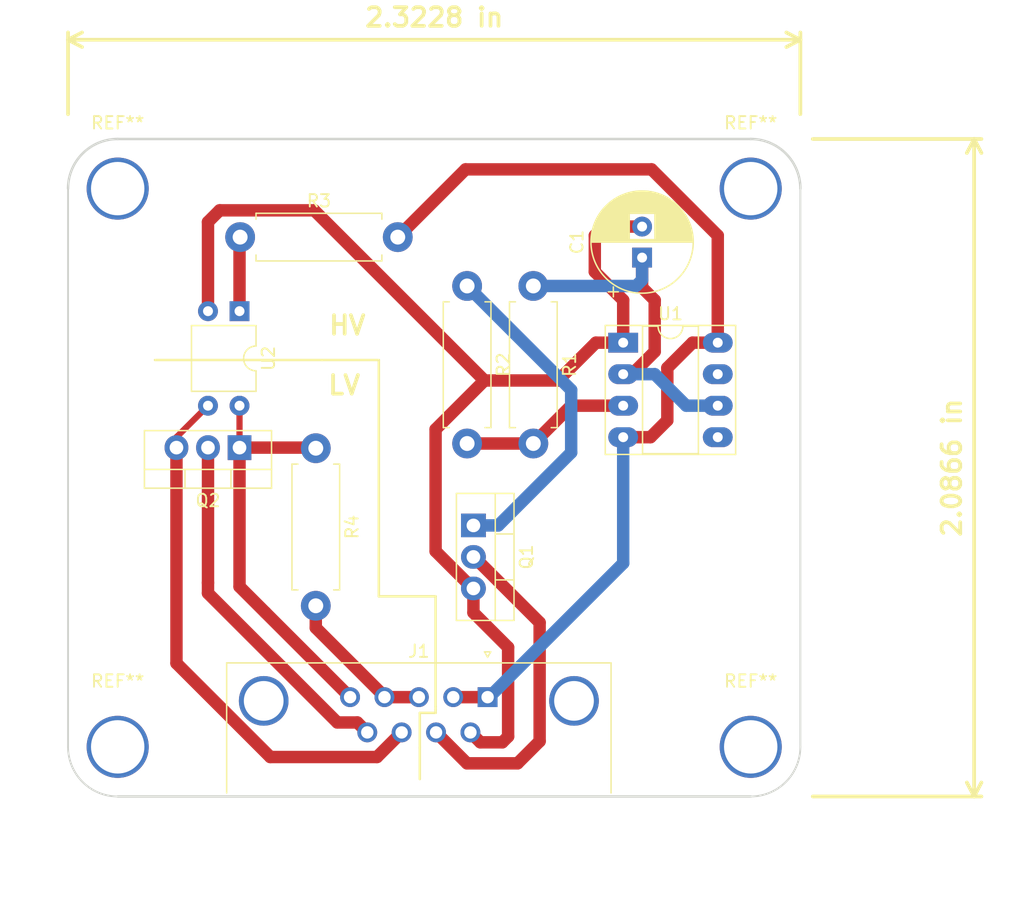
<source format=kicad_pcb>
(kicad_pcb (version 20171130) (host pcbnew "(5.0.2)-1")

  (general
    (thickness 1.6)
    (drawings 22)
    (tracks 87)
    (zones 0)
    (modules 14)
    (nets 15)
  )

  (page A4)
  (layers
    (0 F.Cu signal)
    (31 B.Cu signal)
    (32 B.Adhes user)
    (33 F.Adhes user)
    (34 B.Paste user)
    (35 F.Paste user)
    (36 B.SilkS user)
    (37 F.SilkS user)
    (38 B.Mask user)
    (39 F.Mask user)
    (40 Dwgs.User user)
    (41 Cmts.User user)
    (42 Eco1.User user)
    (43 Eco2.User user)
    (44 Edge.Cuts user)
    (45 Margin user)
    (46 B.CrtYd user)
    (47 F.CrtYd user)
    (48 B.Fab user)
    (49 F.Fab user)
  )

  (setup
    (last_trace_width 0.25)
    (user_trace_width 0.3)
    (user_trace_width 0.5)
    (user_trace_width 1)
    (trace_clearance 0.2)
    (zone_clearance 0.508)
    (zone_45_only no)
    (trace_min 0.2)
    (segment_width 0.2)
    (edge_width 0.15)
    (via_size 0.8)
    (via_drill 0.4)
    (via_min_size 0.4)
    (via_min_drill 0.3)
    (user_via 0.5 0.4)
    (user_via 5 4)
    (uvia_size 0.3)
    (uvia_drill 0.1)
    (uvias_allowed no)
    (uvia_min_size 0.2)
    (uvia_min_drill 0.1)
    (pcb_text_width 0.3)
    (pcb_text_size 1.5 1.5)
    (mod_edge_width 0.15)
    (mod_text_size 1 1)
    (mod_text_width 0.15)
    (pad_size 1.524 1.524)
    (pad_drill 0.762)
    (pad_to_mask_clearance 0.051)
    (solder_mask_min_width 0.25)
    (aux_axis_origin 0 0)
    (visible_elements 7FFFFFFF)
    (pcbplotparams
      (layerselection 0x010fc_ffffffff)
      (usegerberextensions false)
      (usegerberattributes false)
      (usegerberadvancedattributes false)
      (creategerberjobfile false)
      (excludeedgelayer true)
      (linewidth 0.100000)
      (plotframeref false)
      (viasonmask false)
      (mode 1)
      (useauxorigin false)
      (hpglpennumber 1)
      (hpglpenspeed 20)
      (hpglpendiameter 15.000000)
      (psnegative false)
      (psa4output false)
      (plotreference true)
      (plotvalue true)
      (plotinvisibletext false)
      (padsonsilk false)
      (subtractmaskfromsilk false)
      (outputformat 1)
      (mirror false)
      (drillshape 0)
      (scaleselection 1)
      (outputdirectory "grbr"))
  )

  (net 0 "")
  (net 1 "Net-(C1-Pad1)")
  (net 2 GNDPWR)
  (net 3 "Net-(Q1-Pad1)")
  (net 4 /RED_LED-)
  (net 5 GND)
  (net 6 /GREEN_LED-)
  (net 7 /GREEN_LED_ON)
  (net 8 "Net-(R1-Pad2)")
  (net 9 +12V)
  (net 10 +12L)
  (net 11 "Net-(U1-Pad5)")
  (net 12 "Net-(U1-Pad7)")
  (net 13 "Net-(J1-Pad0)")
  (net 14 "Net-(R3-Pad1)")

  (net_class Default "This is the default net class."
    (clearance 0.2)
    (trace_width 0.25)
    (via_dia 0.8)
    (via_drill 0.4)
    (uvia_dia 0.3)
    (uvia_drill 0.1)
    (add_net +12L)
    (add_net +12V)
    (add_net /GREEN_LED-)
    (add_net /GREEN_LED_ON)
    (add_net /RED_LED-)
    (add_net GND)
    (add_net GNDPWR)
    (add_net "Net-(C1-Pad1)")
    (add_net "Net-(J1-Pad0)")
    (add_net "Net-(Q1-Pad1)")
    (add_net "Net-(R1-Pad2)")
    (add_net "Net-(R3-Pad1)")
    (add_net "Net-(U1-Pad5)")
    (add_net "Net-(U1-Pad7)")
  )

  (module Resistor_THT:R_Axial_DIN0411_L9.9mm_D3.6mm_P12.70mm_Horizontal (layer F.Cu) (tedit 5AE5139B) (tstamp 5C797794)
    (at 54.864 41.91)
    (descr "Resistor, Axial_DIN0411 series, Axial, Horizontal, pin pitch=12.7mm, 1W, length*diameter=9.9*3.6mm^2")
    (tags "Resistor Axial_DIN0411 series Axial Horizontal pin pitch 12.7mm 1W length 9.9mm diameter 3.6mm")
    (path /5C6C21A4)
    (fp_text reference R3 (at 6.35 -2.92) (layer F.SilkS)
      (effects (font (size 1 1) (thickness 0.15)))
    )
    (fp_text value R_Small (at 6.35 2.92) (layer F.Fab)
      (effects (font (size 1 1) (thickness 0.15)))
    )
    (fp_line (start 1.4 -1.8) (end 1.4 1.8) (layer F.Fab) (width 0.1))
    (fp_line (start 1.4 1.8) (end 11.3 1.8) (layer F.Fab) (width 0.1))
    (fp_line (start 11.3 1.8) (end 11.3 -1.8) (layer F.Fab) (width 0.1))
    (fp_line (start 11.3 -1.8) (end 1.4 -1.8) (layer F.Fab) (width 0.1))
    (fp_line (start 0 0) (end 1.4 0) (layer F.Fab) (width 0.1))
    (fp_line (start 12.7 0) (end 11.3 0) (layer F.Fab) (width 0.1))
    (fp_line (start 1.28 -1.44) (end 1.28 -1.92) (layer F.SilkS) (width 0.12))
    (fp_line (start 1.28 -1.92) (end 11.42 -1.92) (layer F.SilkS) (width 0.12))
    (fp_line (start 11.42 -1.92) (end 11.42 -1.44) (layer F.SilkS) (width 0.12))
    (fp_line (start 1.28 1.44) (end 1.28 1.92) (layer F.SilkS) (width 0.12))
    (fp_line (start 1.28 1.92) (end 11.42 1.92) (layer F.SilkS) (width 0.12))
    (fp_line (start 11.42 1.92) (end 11.42 1.44) (layer F.SilkS) (width 0.12))
    (fp_line (start -1.45 -2.05) (end -1.45 2.05) (layer F.CrtYd) (width 0.05))
    (fp_line (start -1.45 2.05) (end 14.15 2.05) (layer F.CrtYd) (width 0.05))
    (fp_line (start 14.15 2.05) (end 14.15 -2.05) (layer F.CrtYd) (width 0.05))
    (fp_line (start 14.15 -2.05) (end -1.45 -2.05) (layer F.CrtYd) (width 0.05))
    (fp_text user %R (at 6.35 0) (layer F.Fab)
      (effects (font (size 1 1) (thickness 0.15)))
    )
    (pad 1 thru_hole circle (at 0 0) (size 2.4 2.4) (drill 1.2) (layers *.Cu *.Mask)
      (net 14 "Net-(R3-Pad1)"))
    (pad 2 thru_hole oval (at 12.7 0) (size 2.4 2.4) (drill 1.2) (layers *.Cu *.Mask)
      (net 9 +12V))
    (model ${KISYS3DMOD}/Resistor_THT.3dshapes/R_Axial_DIN0411_L9.9mm_D3.6mm_P12.70mm_Horizontal.wrl
      (at (xyz 0 0 0))
      (scale (xyz 1 1 1))
      (rotate (xyz 0 0 0))
    )
  )

  (module Connector_Dsub:DSUB-9_Female_Horizontal_P2.77x2.84mm_EdgePinOffset4.94mm_Housed_MountingHolesOffset7.48mm (layer F.Cu) (tedit 59FEDEE2) (tstamp 5C6C1E8A)
    (at 74.803 78.994)
    (descr "9-pin D-Sub connector, horizontal/angled (90 deg), THT-mount, female, pitch 2.77x2.84mm, pin-PCB-offset 4.9399999999999995mm, distance of mounting holes 25mm, distance of mounting holes to PCB edge 7.4799999999999995mm, see https://disti-assets.s3.amazonaws.com/tonar/files/datasheets/16730.pdf")
    (tags "9-pin D-Sub connector horizontal angled 90deg THT female pitch 2.77x2.84mm pin-PCB-offset 4.9399999999999995mm mounting-holes-distance 25mm mounting-hole-offset 25mm")
    (path /5C764D2E)
    (fp_text reference J1 (at -5.54 -3.7) (layer F.SilkS)
      (effects (font (size 1 1) (thickness 0.15)))
    )
    (fp_text value DB9_Female_MountingHoles (at -5.54 15.85) (layer F.Fab)
      (effects (font (size 1 1) (thickness 0.15)))
    )
    (fp_arc (start -18.04 0.3) (end -19.64 0.3) (angle 180) (layer F.Fab) (width 0.1))
    (fp_arc (start 6.96 0.3) (end 5.36 0.3) (angle 180) (layer F.Fab) (width 0.1))
    (fp_line (start -20.965 -2.7) (end -20.965 7.78) (layer F.Fab) (width 0.1))
    (fp_line (start -20.965 7.78) (end 9.885 7.78) (layer F.Fab) (width 0.1))
    (fp_line (start 9.885 7.78) (end 9.885 -2.7) (layer F.Fab) (width 0.1))
    (fp_line (start 9.885 -2.7) (end -20.965 -2.7) (layer F.Fab) (width 0.1))
    (fp_line (start -20.965 7.78) (end -20.965 8.18) (layer F.Fab) (width 0.1))
    (fp_line (start -20.965 8.18) (end 9.885 8.18) (layer F.Fab) (width 0.1))
    (fp_line (start 9.885 8.18) (end 9.885 7.78) (layer F.Fab) (width 0.1))
    (fp_line (start 9.885 7.78) (end -20.965 7.78) (layer F.Fab) (width 0.1))
    (fp_line (start -13.69 8.18) (end -13.69 14.35) (layer F.Fab) (width 0.1))
    (fp_line (start -13.69 14.35) (end 2.61 14.35) (layer F.Fab) (width 0.1))
    (fp_line (start 2.61 14.35) (end 2.61 8.18) (layer F.Fab) (width 0.1))
    (fp_line (start 2.61 8.18) (end -13.69 8.18) (layer F.Fab) (width 0.1))
    (fp_line (start -20.54 8.18) (end -20.54 13.18) (layer F.Fab) (width 0.1))
    (fp_line (start -20.54 13.18) (end -15.54 13.18) (layer F.Fab) (width 0.1))
    (fp_line (start -15.54 13.18) (end -15.54 8.18) (layer F.Fab) (width 0.1))
    (fp_line (start -15.54 8.18) (end -20.54 8.18) (layer F.Fab) (width 0.1))
    (fp_line (start 4.46 8.18) (end 4.46 13.18) (layer F.Fab) (width 0.1))
    (fp_line (start 4.46 13.18) (end 9.46 13.18) (layer F.Fab) (width 0.1))
    (fp_line (start 9.46 13.18) (end 9.46 8.18) (layer F.Fab) (width 0.1))
    (fp_line (start 9.46 8.18) (end 4.46 8.18) (layer F.Fab) (width 0.1))
    (fp_line (start -19.64 7.78) (end -19.64 0.3) (layer F.Fab) (width 0.1))
    (fp_line (start -16.44 7.78) (end -16.44 0.3) (layer F.Fab) (width 0.1))
    (fp_line (start 5.36 7.78) (end 5.36 0.3) (layer F.Fab) (width 0.1))
    (fp_line (start 8.56 7.78) (end 8.56 0.3) (layer F.Fab) (width 0.1))
    (fp_line (start -21.025 7.72) (end -21.025 -2.76) (layer F.SilkS) (width 0.12))
    (fp_line (start -21.025 -2.76) (end 9.945 -2.76) (layer F.SilkS) (width 0.12))
    (fp_line (start 9.945 -2.76) (end 9.945 7.72) (layer F.SilkS) (width 0.12))
    (fp_line (start -0.25 -3.654338) (end 0.25 -3.654338) (layer F.SilkS) (width 0.12))
    (fp_line (start 0.25 -3.654338) (end 0 -3.221325) (layer F.SilkS) (width 0.12))
    (fp_line (start 0 -3.221325) (end -0.25 -3.654338) (layer F.SilkS) (width 0.12))
    (fp_line (start -21.5 -3.25) (end -21.5 14.85) (layer F.CrtYd) (width 0.05))
    (fp_line (start -21.5 14.85) (end 10.4 14.85) (layer F.CrtYd) (width 0.05))
    (fp_line (start 10.4 14.85) (end 10.4 -3.25) (layer F.CrtYd) (width 0.05))
    (fp_line (start 10.4 -3.25) (end -21.5 -3.25) (layer F.CrtYd) (width 0.05))
    (fp_text user %R (at -5.54 11.265) (layer F.Fab)
      (effects (font (size 1 1) (thickness 0.15)))
    )
    (pad 1 thru_hole rect (at 0 0) (size 1.6 1.6) (drill 1) (layers *.Cu *.Mask)
      (net 9 +12V))
    (pad 2 thru_hole circle (at -2.77 0) (size 1.6 1.6) (drill 1) (layers *.Cu *.Mask)
      (net 9 +12V))
    (pad 3 thru_hole circle (at -5.54 0) (size 1.6 1.6) (drill 1) (layers *.Cu *.Mask)
      (net 10 +12L))
    (pad 4 thru_hole circle (at -8.31 0) (size 1.6 1.6) (drill 1) (layers *.Cu *.Mask)
      (net 10 +12L))
    (pad 5 thru_hole circle (at -11.08 0) (size 1.6 1.6) (drill 1) (layers *.Cu *.Mask)
      (net 7 /GREEN_LED_ON))
    (pad 6 thru_hole circle (at -1.385 2.84) (size 1.6 1.6) (drill 1) (layers *.Cu *.Mask)
      (net 2 GNDPWR))
    (pad 7 thru_hole circle (at -4.155 2.84) (size 1.6 1.6) (drill 1) (layers *.Cu *.Mask)
      (net 4 /RED_LED-))
    (pad 8 thru_hole circle (at -6.925 2.84) (size 1.6 1.6) (drill 1) (layers *.Cu *.Mask)
      (net 5 GND))
    (pad 9 thru_hole circle (at -9.695 2.84) (size 1.6 1.6) (drill 1) (layers *.Cu *.Mask)
      (net 6 /GREEN_LED-))
    (pad 0 thru_hole circle (at -18.04 0.3) (size 4 4) (drill 3.2) (layers *.Cu *.Mask)
      (net 13 "Net-(J1-Pad0)"))
    (pad 0 thru_hole circle (at 6.96 0.3) (size 4 4) (drill 3.2) (layers *.Cu *.Mask)
      (net 13 "Net-(J1-Pad0)"))
    (model ${KISYS3DMOD}/Connector_Dsub.3dshapes/DSUB-9_Female_Horizontal_P2.77x2.84mm_EdgePinOffset4.94mm_Housed_MountingHolesOffset7.48mm.wrl
      (at (xyz 0 0 0))
      (scale (xyz 1 1 1))
      (rotate (xyz 0 0 0))
    )
  )

  (module Capacitor_THT:CP_Radial_D8.0mm_P2.50mm (layer F.Cu) (tedit 5AE50EF0) (tstamp 5C79771B)
    (at 87.249 43.561 90)
    (descr "CP, Radial series, Radial, pin pitch=2.50mm, , diameter=8mm, Electrolytic Capacitor")
    (tags "CP Radial series Radial pin pitch 2.50mm  diameter 8mm Electrolytic Capacitor")
    (path /5C76DC2C)
    (fp_text reference C1 (at 1.25 -5.25 90) (layer F.SilkS)
      (effects (font (size 1 1) (thickness 0.15)))
    )
    (fp_text value C_Small (at 1.25 5.25 90) (layer F.Fab)
      (effects (font (size 1 1) (thickness 0.15)))
    )
    (fp_circle (center 1.25 0) (end 5.25 0) (layer F.Fab) (width 0.1))
    (fp_circle (center 1.25 0) (end 5.37 0) (layer F.SilkS) (width 0.12))
    (fp_circle (center 1.25 0) (end 5.5 0) (layer F.CrtYd) (width 0.05))
    (fp_line (start -2.176759 -1.7475) (end -1.376759 -1.7475) (layer F.Fab) (width 0.1))
    (fp_line (start -1.776759 -2.1475) (end -1.776759 -1.3475) (layer F.Fab) (width 0.1))
    (fp_line (start 1.25 -4.08) (end 1.25 4.08) (layer F.SilkS) (width 0.12))
    (fp_line (start 1.29 -4.08) (end 1.29 4.08) (layer F.SilkS) (width 0.12))
    (fp_line (start 1.33 -4.08) (end 1.33 4.08) (layer F.SilkS) (width 0.12))
    (fp_line (start 1.37 -4.079) (end 1.37 4.079) (layer F.SilkS) (width 0.12))
    (fp_line (start 1.41 -4.077) (end 1.41 4.077) (layer F.SilkS) (width 0.12))
    (fp_line (start 1.45 -4.076) (end 1.45 4.076) (layer F.SilkS) (width 0.12))
    (fp_line (start 1.49 -4.074) (end 1.49 -1.04) (layer F.SilkS) (width 0.12))
    (fp_line (start 1.49 1.04) (end 1.49 4.074) (layer F.SilkS) (width 0.12))
    (fp_line (start 1.53 -4.071) (end 1.53 -1.04) (layer F.SilkS) (width 0.12))
    (fp_line (start 1.53 1.04) (end 1.53 4.071) (layer F.SilkS) (width 0.12))
    (fp_line (start 1.57 -4.068) (end 1.57 -1.04) (layer F.SilkS) (width 0.12))
    (fp_line (start 1.57 1.04) (end 1.57 4.068) (layer F.SilkS) (width 0.12))
    (fp_line (start 1.61 -4.065) (end 1.61 -1.04) (layer F.SilkS) (width 0.12))
    (fp_line (start 1.61 1.04) (end 1.61 4.065) (layer F.SilkS) (width 0.12))
    (fp_line (start 1.65 -4.061) (end 1.65 -1.04) (layer F.SilkS) (width 0.12))
    (fp_line (start 1.65 1.04) (end 1.65 4.061) (layer F.SilkS) (width 0.12))
    (fp_line (start 1.69 -4.057) (end 1.69 -1.04) (layer F.SilkS) (width 0.12))
    (fp_line (start 1.69 1.04) (end 1.69 4.057) (layer F.SilkS) (width 0.12))
    (fp_line (start 1.73 -4.052) (end 1.73 -1.04) (layer F.SilkS) (width 0.12))
    (fp_line (start 1.73 1.04) (end 1.73 4.052) (layer F.SilkS) (width 0.12))
    (fp_line (start 1.77 -4.048) (end 1.77 -1.04) (layer F.SilkS) (width 0.12))
    (fp_line (start 1.77 1.04) (end 1.77 4.048) (layer F.SilkS) (width 0.12))
    (fp_line (start 1.81 -4.042) (end 1.81 -1.04) (layer F.SilkS) (width 0.12))
    (fp_line (start 1.81 1.04) (end 1.81 4.042) (layer F.SilkS) (width 0.12))
    (fp_line (start 1.85 -4.037) (end 1.85 -1.04) (layer F.SilkS) (width 0.12))
    (fp_line (start 1.85 1.04) (end 1.85 4.037) (layer F.SilkS) (width 0.12))
    (fp_line (start 1.89 -4.03) (end 1.89 -1.04) (layer F.SilkS) (width 0.12))
    (fp_line (start 1.89 1.04) (end 1.89 4.03) (layer F.SilkS) (width 0.12))
    (fp_line (start 1.93 -4.024) (end 1.93 -1.04) (layer F.SilkS) (width 0.12))
    (fp_line (start 1.93 1.04) (end 1.93 4.024) (layer F.SilkS) (width 0.12))
    (fp_line (start 1.971 -4.017) (end 1.971 -1.04) (layer F.SilkS) (width 0.12))
    (fp_line (start 1.971 1.04) (end 1.971 4.017) (layer F.SilkS) (width 0.12))
    (fp_line (start 2.011 -4.01) (end 2.011 -1.04) (layer F.SilkS) (width 0.12))
    (fp_line (start 2.011 1.04) (end 2.011 4.01) (layer F.SilkS) (width 0.12))
    (fp_line (start 2.051 -4.002) (end 2.051 -1.04) (layer F.SilkS) (width 0.12))
    (fp_line (start 2.051 1.04) (end 2.051 4.002) (layer F.SilkS) (width 0.12))
    (fp_line (start 2.091 -3.994) (end 2.091 -1.04) (layer F.SilkS) (width 0.12))
    (fp_line (start 2.091 1.04) (end 2.091 3.994) (layer F.SilkS) (width 0.12))
    (fp_line (start 2.131 -3.985) (end 2.131 -1.04) (layer F.SilkS) (width 0.12))
    (fp_line (start 2.131 1.04) (end 2.131 3.985) (layer F.SilkS) (width 0.12))
    (fp_line (start 2.171 -3.976) (end 2.171 -1.04) (layer F.SilkS) (width 0.12))
    (fp_line (start 2.171 1.04) (end 2.171 3.976) (layer F.SilkS) (width 0.12))
    (fp_line (start 2.211 -3.967) (end 2.211 -1.04) (layer F.SilkS) (width 0.12))
    (fp_line (start 2.211 1.04) (end 2.211 3.967) (layer F.SilkS) (width 0.12))
    (fp_line (start 2.251 -3.957) (end 2.251 -1.04) (layer F.SilkS) (width 0.12))
    (fp_line (start 2.251 1.04) (end 2.251 3.957) (layer F.SilkS) (width 0.12))
    (fp_line (start 2.291 -3.947) (end 2.291 -1.04) (layer F.SilkS) (width 0.12))
    (fp_line (start 2.291 1.04) (end 2.291 3.947) (layer F.SilkS) (width 0.12))
    (fp_line (start 2.331 -3.936) (end 2.331 -1.04) (layer F.SilkS) (width 0.12))
    (fp_line (start 2.331 1.04) (end 2.331 3.936) (layer F.SilkS) (width 0.12))
    (fp_line (start 2.371 -3.925) (end 2.371 -1.04) (layer F.SilkS) (width 0.12))
    (fp_line (start 2.371 1.04) (end 2.371 3.925) (layer F.SilkS) (width 0.12))
    (fp_line (start 2.411 -3.914) (end 2.411 -1.04) (layer F.SilkS) (width 0.12))
    (fp_line (start 2.411 1.04) (end 2.411 3.914) (layer F.SilkS) (width 0.12))
    (fp_line (start 2.451 -3.902) (end 2.451 -1.04) (layer F.SilkS) (width 0.12))
    (fp_line (start 2.451 1.04) (end 2.451 3.902) (layer F.SilkS) (width 0.12))
    (fp_line (start 2.491 -3.889) (end 2.491 -1.04) (layer F.SilkS) (width 0.12))
    (fp_line (start 2.491 1.04) (end 2.491 3.889) (layer F.SilkS) (width 0.12))
    (fp_line (start 2.531 -3.877) (end 2.531 -1.04) (layer F.SilkS) (width 0.12))
    (fp_line (start 2.531 1.04) (end 2.531 3.877) (layer F.SilkS) (width 0.12))
    (fp_line (start 2.571 -3.863) (end 2.571 -1.04) (layer F.SilkS) (width 0.12))
    (fp_line (start 2.571 1.04) (end 2.571 3.863) (layer F.SilkS) (width 0.12))
    (fp_line (start 2.611 -3.85) (end 2.611 -1.04) (layer F.SilkS) (width 0.12))
    (fp_line (start 2.611 1.04) (end 2.611 3.85) (layer F.SilkS) (width 0.12))
    (fp_line (start 2.651 -3.835) (end 2.651 -1.04) (layer F.SilkS) (width 0.12))
    (fp_line (start 2.651 1.04) (end 2.651 3.835) (layer F.SilkS) (width 0.12))
    (fp_line (start 2.691 -3.821) (end 2.691 -1.04) (layer F.SilkS) (width 0.12))
    (fp_line (start 2.691 1.04) (end 2.691 3.821) (layer F.SilkS) (width 0.12))
    (fp_line (start 2.731 -3.805) (end 2.731 -1.04) (layer F.SilkS) (width 0.12))
    (fp_line (start 2.731 1.04) (end 2.731 3.805) (layer F.SilkS) (width 0.12))
    (fp_line (start 2.771 -3.79) (end 2.771 -1.04) (layer F.SilkS) (width 0.12))
    (fp_line (start 2.771 1.04) (end 2.771 3.79) (layer F.SilkS) (width 0.12))
    (fp_line (start 2.811 -3.774) (end 2.811 -1.04) (layer F.SilkS) (width 0.12))
    (fp_line (start 2.811 1.04) (end 2.811 3.774) (layer F.SilkS) (width 0.12))
    (fp_line (start 2.851 -3.757) (end 2.851 -1.04) (layer F.SilkS) (width 0.12))
    (fp_line (start 2.851 1.04) (end 2.851 3.757) (layer F.SilkS) (width 0.12))
    (fp_line (start 2.891 -3.74) (end 2.891 -1.04) (layer F.SilkS) (width 0.12))
    (fp_line (start 2.891 1.04) (end 2.891 3.74) (layer F.SilkS) (width 0.12))
    (fp_line (start 2.931 -3.722) (end 2.931 -1.04) (layer F.SilkS) (width 0.12))
    (fp_line (start 2.931 1.04) (end 2.931 3.722) (layer F.SilkS) (width 0.12))
    (fp_line (start 2.971 -3.704) (end 2.971 -1.04) (layer F.SilkS) (width 0.12))
    (fp_line (start 2.971 1.04) (end 2.971 3.704) (layer F.SilkS) (width 0.12))
    (fp_line (start 3.011 -3.686) (end 3.011 -1.04) (layer F.SilkS) (width 0.12))
    (fp_line (start 3.011 1.04) (end 3.011 3.686) (layer F.SilkS) (width 0.12))
    (fp_line (start 3.051 -3.666) (end 3.051 -1.04) (layer F.SilkS) (width 0.12))
    (fp_line (start 3.051 1.04) (end 3.051 3.666) (layer F.SilkS) (width 0.12))
    (fp_line (start 3.091 -3.647) (end 3.091 -1.04) (layer F.SilkS) (width 0.12))
    (fp_line (start 3.091 1.04) (end 3.091 3.647) (layer F.SilkS) (width 0.12))
    (fp_line (start 3.131 -3.627) (end 3.131 -1.04) (layer F.SilkS) (width 0.12))
    (fp_line (start 3.131 1.04) (end 3.131 3.627) (layer F.SilkS) (width 0.12))
    (fp_line (start 3.171 -3.606) (end 3.171 -1.04) (layer F.SilkS) (width 0.12))
    (fp_line (start 3.171 1.04) (end 3.171 3.606) (layer F.SilkS) (width 0.12))
    (fp_line (start 3.211 -3.584) (end 3.211 -1.04) (layer F.SilkS) (width 0.12))
    (fp_line (start 3.211 1.04) (end 3.211 3.584) (layer F.SilkS) (width 0.12))
    (fp_line (start 3.251 -3.562) (end 3.251 -1.04) (layer F.SilkS) (width 0.12))
    (fp_line (start 3.251 1.04) (end 3.251 3.562) (layer F.SilkS) (width 0.12))
    (fp_line (start 3.291 -3.54) (end 3.291 -1.04) (layer F.SilkS) (width 0.12))
    (fp_line (start 3.291 1.04) (end 3.291 3.54) (layer F.SilkS) (width 0.12))
    (fp_line (start 3.331 -3.517) (end 3.331 -1.04) (layer F.SilkS) (width 0.12))
    (fp_line (start 3.331 1.04) (end 3.331 3.517) (layer F.SilkS) (width 0.12))
    (fp_line (start 3.371 -3.493) (end 3.371 -1.04) (layer F.SilkS) (width 0.12))
    (fp_line (start 3.371 1.04) (end 3.371 3.493) (layer F.SilkS) (width 0.12))
    (fp_line (start 3.411 -3.469) (end 3.411 -1.04) (layer F.SilkS) (width 0.12))
    (fp_line (start 3.411 1.04) (end 3.411 3.469) (layer F.SilkS) (width 0.12))
    (fp_line (start 3.451 -3.444) (end 3.451 -1.04) (layer F.SilkS) (width 0.12))
    (fp_line (start 3.451 1.04) (end 3.451 3.444) (layer F.SilkS) (width 0.12))
    (fp_line (start 3.491 -3.418) (end 3.491 -1.04) (layer F.SilkS) (width 0.12))
    (fp_line (start 3.491 1.04) (end 3.491 3.418) (layer F.SilkS) (width 0.12))
    (fp_line (start 3.531 -3.392) (end 3.531 -1.04) (layer F.SilkS) (width 0.12))
    (fp_line (start 3.531 1.04) (end 3.531 3.392) (layer F.SilkS) (width 0.12))
    (fp_line (start 3.571 -3.365) (end 3.571 3.365) (layer F.SilkS) (width 0.12))
    (fp_line (start 3.611 -3.338) (end 3.611 3.338) (layer F.SilkS) (width 0.12))
    (fp_line (start 3.651 -3.309) (end 3.651 3.309) (layer F.SilkS) (width 0.12))
    (fp_line (start 3.691 -3.28) (end 3.691 3.28) (layer F.SilkS) (width 0.12))
    (fp_line (start 3.731 -3.25) (end 3.731 3.25) (layer F.SilkS) (width 0.12))
    (fp_line (start 3.771 -3.22) (end 3.771 3.22) (layer F.SilkS) (width 0.12))
    (fp_line (start 3.811 -3.189) (end 3.811 3.189) (layer F.SilkS) (width 0.12))
    (fp_line (start 3.851 -3.156) (end 3.851 3.156) (layer F.SilkS) (width 0.12))
    (fp_line (start 3.891 -3.124) (end 3.891 3.124) (layer F.SilkS) (width 0.12))
    (fp_line (start 3.931 -3.09) (end 3.931 3.09) (layer F.SilkS) (width 0.12))
    (fp_line (start 3.971 -3.055) (end 3.971 3.055) (layer F.SilkS) (width 0.12))
    (fp_line (start 4.011 -3.019) (end 4.011 3.019) (layer F.SilkS) (width 0.12))
    (fp_line (start 4.051 -2.983) (end 4.051 2.983) (layer F.SilkS) (width 0.12))
    (fp_line (start 4.091 -2.945) (end 4.091 2.945) (layer F.SilkS) (width 0.12))
    (fp_line (start 4.131 -2.907) (end 4.131 2.907) (layer F.SilkS) (width 0.12))
    (fp_line (start 4.171 -2.867) (end 4.171 2.867) (layer F.SilkS) (width 0.12))
    (fp_line (start 4.211 -2.826) (end 4.211 2.826) (layer F.SilkS) (width 0.12))
    (fp_line (start 4.251 -2.784) (end 4.251 2.784) (layer F.SilkS) (width 0.12))
    (fp_line (start 4.291 -2.741) (end 4.291 2.741) (layer F.SilkS) (width 0.12))
    (fp_line (start 4.331 -2.697) (end 4.331 2.697) (layer F.SilkS) (width 0.12))
    (fp_line (start 4.371 -2.651) (end 4.371 2.651) (layer F.SilkS) (width 0.12))
    (fp_line (start 4.411 -2.604) (end 4.411 2.604) (layer F.SilkS) (width 0.12))
    (fp_line (start 4.451 -2.556) (end 4.451 2.556) (layer F.SilkS) (width 0.12))
    (fp_line (start 4.491 -2.505) (end 4.491 2.505) (layer F.SilkS) (width 0.12))
    (fp_line (start 4.531 -2.454) (end 4.531 2.454) (layer F.SilkS) (width 0.12))
    (fp_line (start 4.571 -2.4) (end 4.571 2.4) (layer F.SilkS) (width 0.12))
    (fp_line (start 4.611 -2.345) (end 4.611 2.345) (layer F.SilkS) (width 0.12))
    (fp_line (start 4.651 -2.287) (end 4.651 2.287) (layer F.SilkS) (width 0.12))
    (fp_line (start 4.691 -2.228) (end 4.691 2.228) (layer F.SilkS) (width 0.12))
    (fp_line (start 4.731 -2.166) (end 4.731 2.166) (layer F.SilkS) (width 0.12))
    (fp_line (start 4.771 -2.102) (end 4.771 2.102) (layer F.SilkS) (width 0.12))
    (fp_line (start 4.811 -2.034) (end 4.811 2.034) (layer F.SilkS) (width 0.12))
    (fp_line (start 4.851 -1.964) (end 4.851 1.964) (layer F.SilkS) (width 0.12))
    (fp_line (start 4.891 -1.89) (end 4.891 1.89) (layer F.SilkS) (width 0.12))
    (fp_line (start 4.931 -1.813) (end 4.931 1.813) (layer F.SilkS) (width 0.12))
    (fp_line (start 4.971 -1.731) (end 4.971 1.731) (layer F.SilkS) (width 0.12))
    (fp_line (start 5.011 -1.645) (end 5.011 1.645) (layer F.SilkS) (width 0.12))
    (fp_line (start 5.051 -1.552) (end 5.051 1.552) (layer F.SilkS) (width 0.12))
    (fp_line (start 5.091 -1.453) (end 5.091 1.453) (layer F.SilkS) (width 0.12))
    (fp_line (start 5.131 -1.346) (end 5.131 1.346) (layer F.SilkS) (width 0.12))
    (fp_line (start 5.171 -1.229) (end 5.171 1.229) (layer F.SilkS) (width 0.12))
    (fp_line (start 5.211 -1.098) (end 5.211 1.098) (layer F.SilkS) (width 0.12))
    (fp_line (start 5.251 -0.948) (end 5.251 0.948) (layer F.SilkS) (width 0.12))
    (fp_line (start 5.291 -0.768) (end 5.291 0.768) (layer F.SilkS) (width 0.12))
    (fp_line (start 5.331 -0.533) (end 5.331 0.533) (layer F.SilkS) (width 0.12))
    (fp_line (start -3.159698 -2.315) (end -2.359698 -2.315) (layer F.SilkS) (width 0.12))
    (fp_line (start -2.759698 -2.715) (end -2.759698 -1.915) (layer F.SilkS) (width 0.12))
    (fp_text user %R (at 1.25 0 90) (layer F.Fab)
      (effects (font (size 1 1) (thickness 0.15)))
    )
    (pad 1 thru_hole rect (at 0 0 90) (size 1.6 1.6) (drill 0.8) (layers *.Cu *.Mask)
      (net 1 "Net-(C1-Pad1)"))
    (pad 2 thru_hole circle (at 2.5 0 90) (size 1.6 1.6) (drill 0.8) (layers *.Cu *.Mask)
      (net 2 GNDPWR))
    (model ${KISYS3DMOD}/Capacitor_THT.3dshapes/CP_Radial_D8.0mm_P2.50mm.wrl
      (at (xyz 0 0 0))
      (scale (xyz 1 1 1))
      (rotate (xyz 0 0 0))
    )
  )

  (module Package_TO_SOT_THT:TO-220-3_Vertical (layer F.Cu) (tedit 5AC8BA0D) (tstamp 5C797735)
    (at 73.66 65.151 270)
    (descr "TO-220-3, Vertical, RM 2.54mm, see https://www.vishay.com/docs/66542/to-220-1.pdf")
    (tags "TO-220-3 Vertical RM 2.54mm")
    (path /5C766148)
    (fp_text reference Q1 (at 2.54 -4.27 270) (layer F.SilkS)
      (effects (font (size 1 1) (thickness 0.15)))
    )
    (fp_text value TIP120 (at 2.54 2.5 270) (layer F.Fab)
      (effects (font (size 1 1) (thickness 0.15)))
    )
    (fp_line (start -2.46 -3.15) (end -2.46 1.25) (layer F.Fab) (width 0.1))
    (fp_line (start -2.46 1.25) (end 7.54 1.25) (layer F.Fab) (width 0.1))
    (fp_line (start 7.54 1.25) (end 7.54 -3.15) (layer F.Fab) (width 0.1))
    (fp_line (start 7.54 -3.15) (end -2.46 -3.15) (layer F.Fab) (width 0.1))
    (fp_line (start -2.46 -1.88) (end 7.54 -1.88) (layer F.Fab) (width 0.1))
    (fp_line (start 0.69 -3.15) (end 0.69 -1.88) (layer F.Fab) (width 0.1))
    (fp_line (start 4.39 -3.15) (end 4.39 -1.88) (layer F.Fab) (width 0.1))
    (fp_line (start -2.58 -3.27) (end 7.66 -3.27) (layer F.SilkS) (width 0.12))
    (fp_line (start -2.58 1.371) (end 7.66 1.371) (layer F.SilkS) (width 0.12))
    (fp_line (start -2.58 -3.27) (end -2.58 1.371) (layer F.SilkS) (width 0.12))
    (fp_line (start 7.66 -3.27) (end 7.66 1.371) (layer F.SilkS) (width 0.12))
    (fp_line (start -2.58 -1.76) (end 7.66 -1.76) (layer F.SilkS) (width 0.12))
    (fp_line (start 0.69 -3.27) (end 0.69 -1.76) (layer F.SilkS) (width 0.12))
    (fp_line (start 4.391 -3.27) (end 4.391 -1.76) (layer F.SilkS) (width 0.12))
    (fp_line (start -2.71 -3.4) (end -2.71 1.51) (layer F.CrtYd) (width 0.05))
    (fp_line (start -2.71 1.51) (end 7.79 1.51) (layer F.CrtYd) (width 0.05))
    (fp_line (start 7.79 1.51) (end 7.79 -3.4) (layer F.CrtYd) (width 0.05))
    (fp_line (start 7.79 -3.4) (end -2.71 -3.4) (layer F.CrtYd) (width 0.05))
    (fp_text user %R (at 2.54 -4.27 270) (layer F.Fab)
      (effects (font (size 1 1) (thickness 0.15)))
    )
    (pad 1 thru_hole rect (at 0 0 270) (size 1.905 2) (drill 1.1) (layers *.Cu *.Mask)
      (net 3 "Net-(Q1-Pad1)"))
    (pad 2 thru_hole oval (at 2.54 0 270) (size 1.905 2) (drill 1.1) (layers *.Cu *.Mask)
      (net 4 /RED_LED-))
    (pad 3 thru_hole oval (at 5.08 0 270) (size 1.905 2) (drill 1.1) (layers *.Cu *.Mask)
      (net 2 GNDPWR))
    (model ${KISYS3DMOD}/Package_TO_SOT_THT.3dshapes/TO-220-3_Vertical.wrl
      (at (xyz 0 0 0))
      (scale (xyz 1 1 1))
      (rotate (xyz 0 0 0))
    )
  )

  (module Package_TO_SOT_THT:TO-220-3_Vertical (layer F.Cu) (tedit 5AC8BA0D) (tstamp 5C798804)
    (at 54.815 58.879 180)
    (descr "TO-220-3, Vertical, RM 2.54mm, see https://www.vishay.com/docs/66542/to-220-1.pdf")
    (tags "TO-220-3 Vertical RM 2.54mm")
    (path /5C76646F)
    (fp_text reference Q2 (at 2.54 -4.27 180) (layer F.SilkS)
      (effects (font (size 1 1) (thickness 0.15)))
    )
    (fp_text value TIP120 (at 2.54 2.5 180) (layer F.Fab)
      (effects (font (size 1 1) (thickness 0.15)))
    )
    (fp_text user %R (at 2.54 -4.27 180) (layer F.Fab)
      (effects (font (size 1 1) (thickness 0.15)))
    )
    (fp_line (start 7.79 -3.4) (end -2.71 -3.4) (layer F.CrtYd) (width 0.05))
    (fp_line (start 7.79 1.51) (end 7.79 -3.4) (layer F.CrtYd) (width 0.05))
    (fp_line (start -2.71 1.51) (end 7.79 1.51) (layer F.CrtYd) (width 0.05))
    (fp_line (start -2.71 -3.4) (end -2.71 1.51) (layer F.CrtYd) (width 0.05))
    (fp_line (start 4.391 -3.27) (end 4.391 -1.76) (layer F.SilkS) (width 0.12))
    (fp_line (start 0.69 -3.27) (end 0.69 -1.76) (layer F.SilkS) (width 0.12))
    (fp_line (start -2.58 -1.76) (end 7.66 -1.76) (layer F.SilkS) (width 0.12))
    (fp_line (start 7.66 -3.27) (end 7.66 1.371) (layer F.SilkS) (width 0.12))
    (fp_line (start -2.58 -3.27) (end -2.58 1.371) (layer F.SilkS) (width 0.12))
    (fp_line (start -2.58 1.371) (end 7.66 1.371) (layer F.SilkS) (width 0.12))
    (fp_line (start -2.58 -3.27) (end 7.66 -3.27) (layer F.SilkS) (width 0.12))
    (fp_line (start 4.39 -3.15) (end 4.39 -1.88) (layer F.Fab) (width 0.1))
    (fp_line (start 0.69 -3.15) (end 0.69 -1.88) (layer F.Fab) (width 0.1))
    (fp_line (start -2.46 -1.88) (end 7.54 -1.88) (layer F.Fab) (width 0.1))
    (fp_line (start 7.54 -3.15) (end -2.46 -3.15) (layer F.Fab) (width 0.1))
    (fp_line (start 7.54 1.25) (end 7.54 -3.15) (layer F.Fab) (width 0.1))
    (fp_line (start -2.46 1.25) (end 7.54 1.25) (layer F.Fab) (width 0.1))
    (fp_line (start -2.46 -3.15) (end -2.46 1.25) (layer F.Fab) (width 0.1))
    (pad 3 thru_hole oval (at 5.08 0 180) (size 1.905 2) (drill 1.1) (layers *.Cu *.Mask)
      (net 5 GND))
    (pad 2 thru_hole oval (at 2.54 0 180) (size 1.905 2) (drill 1.1) (layers *.Cu *.Mask)
      (net 6 /GREEN_LED-))
    (pad 1 thru_hole rect (at 0 0 180) (size 1.905 2) (drill 1.1) (layers *.Cu *.Mask)
      (net 7 /GREEN_LED_ON))
    (model ${KISYS3DMOD}/Package_TO_SOT_THT.3dshapes/TO-220-3_Vertical.wrl
      (at (xyz 0 0 0))
      (scale (xyz 1 1 1))
      (rotate (xyz 0 0 0))
    )
  )

  (module Resistor_THT:R_Axial_DIN0411_L9.9mm_D3.6mm_P12.70mm_Horizontal (layer F.Cu) (tedit 5AE5139B) (tstamp 5C798B00)
    (at 78.486 45.847 270)
    (descr "Resistor, Axial_DIN0411 series, Axial, Horizontal, pin pitch=12.7mm, 1W, length*diameter=9.9*3.6mm^2")
    (tags "Resistor Axial_DIN0411 series Axial Horizontal pin pitch 12.7mm 1W length 9.9mm diameter 3.6mm")
    (path /5C6C20D1)
    (fp_text reference R1 (at 6.35 -2.92 270) (layer F.SilkS)
      (effects (font (size 1 1) (thickness 0.15)))
    )
    (fp_text value R_Small (at 6.35 2.92 270) (layer F.Fab)
      (effects (font (size 1 1) (thickness 0.15)))
    )
    (fp_text user %R (at 6.35 0 270) (layer F.Fab)
      (effects (font (size 1 1) (thickness 0.15)))
    )
    (fp_line (start 14.15 -2.05) (end -1.45 -2.05) (layer F.CrtYd) (width 0.05))
    (fp_line (start 14.15 2.05) (end 14.15 -2.05) (layer F.CrtYd) (width 0.05))
    (fp_line (start -1.45 2.05) (end 14.15 2.05) (layer F.CrtYd) (width 0.05))
    (fp_line (start -1.45 -2.05) (end -1.45 2.05) (layer F.CrtYd) (width 0.05))
    (fp_line (start 11.42 1.92) (end 11.42 1.44) (layer F.SilkS) (width 0.12))
    (fp_line (start 1.28 1.92) (end 11.42 1.92) (layer F.SilkS) (width 0.12))
    (fp_line (start 1.28 1.44) (end 1.28 1.92) (layer F.SilkS) (width 0.12))
    (fp_line (start 11.42 -1.92) (end 11.42 -1.44) (layer F.SilkS) (width 0.12))
    (fp_line (start 1.28 -1.92) (end 11.42 -1.92) (layer F.SilkS) (width 0.12))
    (fp_line (start 1.28 -1.44) (end 1.28 -1.92) (layer F.SilkS) (width 0.12))
    (fp_line (start 12.7 0) (end 11.3 0) (layer F.Fab) (width 0.1))
    (fp_line (start 0 0) (end 1.4 0) (layer F.Fab) (width 0.1))
    (fp_line (start 11.3 -1.8) (end 1.4 -1.8) (layer F.Fab) (width 0.1))
    (fp_line (start 11.3 1.8) (end 11.3 -1.8) (layer F.Fab) (width 0.1))
    (fp_line (start 1.4 1.8) (end 11.3 1.8) (layer F.Fab) (width 0.1))
    (fp_line (start 1.4 -1.8) (end 1.4 1.8) (layer F.Fab) (width 0.1))
    (pad 2 thru_hole oval (at 12.7 0 270) (size 2.4 2.4) (drill 1.2) (layers *.Cu *.Mask)
      (net 8 "Net-(R1-Pad2)"))
    (pad 1 thru_hole circle (at 0 0 270) (size 2.4 2.4) (drill 1.2) (layers *.Cu *.Mask)
      (net 1 "Net-(C1-Pad1)"))
    (model ${KISYS3DMOD}/Resistor_THT.3dshapes/R_Axial_DIN0411_L9.9mm_D3.6mm_P12.70mm_Horizontal.wrl
      (at (xyz 0 0 0))
      (scale (xyz 1 1 1))
      (rotate (xyz 0 0 0))
    )
  )

  (module Resistor_THT:R_Axial_DIN0411_L9.9mm_D3.6mm_P12.70mm_Horizontal (layer F.Cu) (tedit 5AE5139B) (tstamp 5C79777D)
    (at 73.152 45.847 270)
    (descr "Resistor, Axial_DIN0411 series, Axial, Horizontal, pin pitch=12.7mm, 1W, length*diameter=9.9*3.6mm^2")
    (tags "Resistor Axial_DIN0411 series Axial Horizontal pin pitch 12.7mm 1W length 9.9mm diameter 3.6mm")
    (path /5C76B77D)
    (fp_text reference R2 (at 6.35 -2.92 270) (layer F.SilkS)
      (effects (font (size 1 1) (thickness 0.15)))
    )
    (fp_text value R_Small (at 6.35 2.92 270) (layer F.Fab)
      (effects (font (size 1 1) (thickness 0.15)))
    )
    (fp_line (start 1.4 -1.8) (end 1.4 1.8) (layer F.Fab) (width 0.1))
    (fp_line (start 1.4 1.8) (end 11.3 1.8) (layer F.Fab) (width 0.1))
    (fp_line (start 11.3 1.8) (end 11.3 -1.8) (layer F.Fab) (width 0.1))
    (fp_line (start 11.3 -1.8) (end 1.4 -1.8) (layer F.Fab) (width 0.1))
    (fp_line (start 0 0) (end 1.4 0) (layer F.Fab) (width 0.1))
    (fp_line (start 12.7 0) (end 11.3 0) (layer F.Fab) (width 0.1))
    (fp_line (start 1.28 -1.44) (end 1.28 -1.92) (layer F.SilkS) (width 0.12))
    (fp_line (start 1.28 -1.92) (end 11.42 -1.92) (layer F.SilkS) (width 0.12))
    (fp_line (start 11.42 -1.92) (end 11.42 -1.44) (layer F.SilkS) (width 0.12))
    (fp_line (start 1.28 1.44) (end 1.28 1.92) (layer F.SilkS) (width 0.12))
    (fp_line (start 1.28 1.92) (end 11.42 1.92) (layer F.SilkS) (width 0.12))
    (fp_line (start 11.42 1.92) (end 11.42 1.44) (layer F.SilkS) (width 0.12))
    (fp_line (start -1.45 -2.05) (end -1.45 2.05) (layer F.CrtYd) (width 0.05))
    (fp_line (start -1.45 2.05) (end 14.15 2.05) (layer F.CrtYd) (width 0.05))
    (fp_line (start 14.15 2.05) (end 14.15 -2.05) (layer F.CrtYd) (width 0.05))
    (fp_line (start 14.15 -2.05) (end -1.45 -2.05) (layer F.CrtYd) (width 0.05))
    (fp_text user %R (at 6.35 0 270) (layer F.Fab)
      (effects (font (size 1 1) (thickness 0.15)))
    )
    (pad 1 thru_hole circle (at 0 0 270) (size 2.4 2.4) (drill 1.2) (layers *.Cu *.Mask)
      (net 3 "Net-(Q1-Pad1)"))
    (pad 2 thru_hole oval (at 12.7 0 270) (size 2.4 2.4) (drill 1.2) (layers *.Cu *.Mask)
      (net 8 "Net-(R1-Pad2)"))
    (model ${KISYS3DMOD}/Resistor_THT.3dshapes/R_Axial_DIN0411_L9.9mm_D3.6mm_P12.70mm_Horizontal.wrl
      (at (xyz 0 0 0))
      (scale (xyz 1 1 1))
      (rotate (xyz 0 0 0))
    )
  )

  (module Resistor_THT:R_Axial_DIN0411_L9.9mm_D3.6mm_P12.70mm_Horizontal (layer F.Cu) (tedit 5AE5139B) (tstamp 5C7977AB)
    (at 60.96 58.928 270)
    (descr "Resistor, Axial_DIN0411 series, Axial, Horizontal, pin pitch=12.7mm, 1W, length*diameter=9.9*3.6mm^2")
    (tags "Resistor Axial_DIN0411 series Axial Horizontal pin pitch 12.7mm 1W length 9.9mm diameter 3.6mm")
    (path /5C6C21E1)
    (fp_text reference R4 (at 6.35 -2.92 270) (layer F.SilkS)
      (effects (font (size 1 1) (thickness 0.15)))
    )
    (fp_text value R_Small (at 6.35 2.92 270) (layer F.Fab)
      (effects (font (size 1 1) (thickness 0.15)))
    )
    (fp_text user %R (at 6.35 0 270) (layer F.Fab)
      (effects (font (size 1 1) (thickness 0.15)))
    )
    (fp_line (start 14.15 -2.05) (end -1.45 -2.05) (layer F.CrtYd) (width 0.05))
    (fp_line (start 14.15 2.05) (end 14.15 -2.05) (layer F.CrtYd) (width 0.05))
    (fp_line (start -1.45 2.05) (end 14.15 2.05) (layer F.CrtYd) (width 0.05))
    (fp_line (start -1.45 -2.05) (end -1.45 2.05) (layer F.CrtYd) (width 0.05))
    (fp_line (start 11.42 1.92) (end 11.42 1.44) (layer F.SilkS) (width 0.12))
    (fp_line (start 1.28 1.92) (end 11.42 1.92) (layer F.SilkS) (width 0.12))
    (fp_line (start 1.28 1.44) (end 1.28 1.92) (layer F.SilkS) (width 0.12))
    (fp_line (start 11.42 -1.92) (end 11.42 -1.44) (layer F.SilkS) (width 0.12))
    (fp_line (start 1.28 -1.92) (end 11.42 -1.92) (layer F.SilkS) (width 0.12))
    (fp_line (start 1.28 -1.44) (end 1.28 -1.92) (layer F.SilkS) (width 0.12))
    (fp_line (start 12.7 0) (end 11.3 0) (layer F.Fab) (width 0.1))
    (fp_line (start 0 0) (end 1.4 0) (layer F.Fab) (width 0.1))
    (fp_line (start 11.3 -1.8) (end 1.4 -1.8) (layer F.Fab) (width 0.1))
    (fp_line (start 11.3 1.8) (end 11.3 -1.8) (layer F.Fab) (width 0.1))
    (fp_line (start 1.4 1.8) (end 11.3 1.8) (layer F.Fab) (width 0.1))
    (fp_line (start 1.4 -1.8) (end 1.4 1.8) (layer F.Fab) (width 0.1))
    (pad 2 thru_hole oval (at 12.7 0 270) (size 2.4 2.4) (drill 1.2) (layers *.Cu *.Mask)
      (net 10 +12L))
    (pad 1 thru_hole circle (at 0 0 270) (size 2.4 2.4) (drill 1.2) (layers *.Cu *.Mask)
      (net 7 /GREEN_LED_ON))
    (model ${KISYS3DMOD}/Resistor_THT.3dshapes/R_Axial_DIN0411_L9.9mm_D3.6mm_P12.70mm_Horizontal.wrl
      (at (xyz 0 0 0))
      (scale (xyz 1 1 1))
      (rotate (xyz 0 0 0))
    )
  )

  (module Package_DIP:DIP-8_W7.62mm_Socket_LongPads (layer F.Cu) (tedit 5A02E8C5) (tstamp 5C7977CF)
    (at 85.725 50.419)
    (descr "8-lead though-hole mounted DIP package, row spacing 7.62 mm (300 mils), Socket, LongPads")
    (tags "THT DIP DIL PDIP 2.54mm 7.62mm 300mil Socket LongPads")
    (path /5C7666F6)
    (fp_text reference U1 (at 3.81 -2.33) (layer F.SilkS)
      (effects (font (size 1 1) (thickness 0.15)))
    )
    (fp_text value NE555 (at 3.81 9.95) (layer F.Fab)
      (effects (font (size 1 1) (thickness 0.15)))
    )
    (fp_arc (start 3.81 -1.33) (end 2.81 -1.33) (angle -180) (layer F.SilkS) (width 0.12))
    (fp_line (start 1.635 -1.27) (end 6.985 -1.27) (layer F.Fab) (width 0.1))
    (fp_line (start 6.985 -1.27) (end 6.985 8.89) (layer F.Fab) (width 0.1))
    (fp_line (start 6.985 8.89) (end 0.635 8.89) (layer F.Fab) (width 0.1))
    (fp_line (start 0.635 8.89) (end 0.635 -0.27) (layer F.Fab) (width 0.1))
    (fp_line (start 0.635 -0.27) (end 1.635 -1.27) (layer F.Fab) (width 0.1))
    (fp_line (start -1.27 -1.33) (end -1.27 8.95) (layer F.Fab) (width 0.1))
    (fp_line (start -1.27 8.95) (end 8.89 8.95) (layer F.Fab) (width 0.1))
    (fp_line (start 8.89 8.95) (end 8.89 -1.33) (layer F.Fab) (width 0.1))
    (fp_line (start 8.89 -1.33) (end -1.27 -1.33) (layer F.Fab) (width 0.1))
    (fp_line (start 2.81 -1.33) (end 1.56 -1.33) (layer F.SilkS) (width 0.12))
    (fp_line (start 1.56 -1.33) (end 1.56 8.95) (layer F.SilkS) (width 0.12))
    (fp_line (start 1.56 8.95) (end 6.06 8.95) (layer F.SilkS) (width 0.12))
    (fp_line (start 6.06 8.95) (end 6.06 -1.33) (layer F.SilkS) (width 0.12))
    (fp_line (start 6.06 -1.33) (end 4.81 -1.33) (layer F.SilkS) (width 0.12))
    (fp_line (start -1.44 -1.39) (end -1.44 9.01) (layer F.SilkS) (width 0.12))
    (fp_line (start -1.44 9.01) (end 9.06 9.01) (layer F.SilkS) (width 0.12))
    (fp_line (start 9.06 9.01) (end 9.06 -1.39) (layer F.SilkS) (width 0.12))
    (fp_line (start 9.06 -1.39) (end -1.44 -1.39) (layer F.SilkS) (width 0.12))
    (fp_line (start -1.55 -1.6) (end -1.55 9.2) (layer F.CrtYd) (width 0.05))
    (fp_line (start -1.55 9.2) (end 9.15 9.2) (layer F.CrtYd) (width 0.05))
    (fp_line (start 9.15 9.2) (end 9.15 -1.6) (layer F.CrtYd) (width 0.05))
    (fp_line (start 9.15 -1.6) (end -1.55 -1.6) (layer F.CrtYd) (width 0.05))
    (fp_text user %R (at 3.81 3.81) (layer F.Fab)
      (effects (font (size 1 1) (thickness 0.15)))
    )
    (pad 1 thru_hole rect (at 0 0) (size 2.4 1.6) (drill 0.8) (layers *.Cu *.Mask)
      (net 2 GNDPWR))
    (pad 5 thru_hole oval (at 7.62 7.62) (size 2.4 1.6) (drill 0.8) (layers *.Cu *.Mask)
      (net 11 "Net-(U1-Pad5)"))
    (pad 2 thru_hole oval (at 0 2.54) (size 2.4 1.6) (drill 0.8) (layers *.Cu *.Mask)
      (net 1 "Net-(C1-Pad1)"))
    (pad 6 thru_hole oval (at 7.62 5.08) (size 2.4 1.6) (drill 0.8) (layers *.Cu *.Mask)
      (net 1 "Net-(C1-Pad1)"))
    (pad 3 thru_hole oval (at 0 5.08) (size 2.4 1.6) (drill 0.8) (layers *.Cu *.Mask)
      (net 8 "Net-(R1-Pad2)"))
    (pad 7 thru_hole oval (at 7.62 2.54) (size 2.4 1.6) (drill 0.8) (layers *.Cu *.Mask)
      (net 12 "Net-(U1-Pad7)"))
    (pad 4 thru_hole oval (at 0 7.62) (size 2.4 1.6) (drill 0.8) (layers *.Cu *.Mask)
      (net 9 +12V))
    (pad 8 thru_hole oval (at 7.62 0) (size 2.4 1.6) (drill 0.8) (layers *.Cu *.Mask)
      (net 9 +12V))
    (model ${KISYS3DMOD}/Package_DIP.3dshapes/DIP-8_W7.62mm_Socket.wrl
      (at (xyz 0 0 0))
      (scale (xyz 1 1 1))
      (rotate (xyz 0 0 0))
    )
  )

  (module Package_DIP:DIP-4_W7.62mm (layer F.Cu) (tedit 5A02E8C5) (tstamp 5C7977E7)
    (at 54.815 47.879 270)
    (descr "4-lead though-hole mounted DIP package, row spacing 7.62 mm (300 mils)")
    (tags "THT DIP DIL PDIP 2.54mm 7.62mm 300mil")
    (path /5C7675A2)
    (fp_text reference U2 (at 3.81 -2.33 270) (layer F.SilkS)
      (effects (font (size 1 1) (thickness 0.15)))
    )
    (fp_text value PC817 (at 3.81 4.87 270) (layer F.Fab)
      (effects (font (size 1 1) (thickness 0.15)))
    )
    (fp_arc (start 3.81 -1.33) (end 2.81 -1.33) (angle -180) (layer F.SilkS) (width 0.12))
    (fp_line (start 1.635 -1.27) (end 6.985 -1.27) (layer F.Fab) (width 0.1))
    (fp_line (start 6.985 -1.27) (end 6.985 3.81) (layer F.Fab) (width 0.1))
    (fp_line (start 6.985 3.81) (end 0.635 3.81) (layer F.Fab) (width 0.1))
    (fp_line (start 0.635 3.81) (end 0.635 -0.27) (layer F.Fab) (width 0.1))
    (fp_line (start 0.635 -0.27) (end 1.635 -1.27) (layer F.Fab) (width 0.1))
    (fp_line (start 2.81 -1.33) (end 1.16 -1.33) (layer F.SilkS) (width 0.12))
    (fp_line (start 1.16 -1.33) (end 1.16 3.87) (layer F.SilkS) (width 0.12))
    (fp_line (start 1.16 3.87) (end 6.46 3.87) (layer F.SilkS) (width 0.12))
    (fp_line (start 6.46 3.87) (end 6.46 -1.33) (layer F.SilkS) (width 0.12))
    (fp_line (start 6.46 -1.33) (end 4.81 -1.33) (layer F.SilkS) (width 0.12))
    (fp_line (start -1.1 -1.55) (end -1.1 4.1) (layer F.CrtYd) (width 0.05))
    (fp_line (start -1.1 4.1) (end 8.7 4.1) (layer F.CrtYd) (width 0.05))
    (fp_line (start 8.7 4.1) (end 8.7 -1.55) (layer F.CrtYd) (width 0.05))
    (fp_line (start 8.7 -1.55) (end -1.1 -1.55) (layer F.CrtYd) (width 0.05))
    (fp_text user %R (at 3.81 1.27 270) (layer F.Fab)
      (effects (font (size 1 1) (thickness 0.15)))
    )
    (pad 1 thru_hole rect (at 0 0 270) (size 1.6 1.6) (drill 0.8) (layers *.Cu *.Mask)
      (net 14 "Net-(R3-Pad1)"))
    (pad 3 thru_hole oval (at 7.62 2.54 270) (size 1.6 1.6) (drill 0.8) (layers *.Cu *.Mask)
      (net 5 GND))
    (pad 2 thru_hole oval (at 0 2.54 270) (size 1.6 1.6) (drill 0.8) (layers *.Cu *.Mask)
      (net 2 GNDPWR))
    (pad 4 thru_hole oval (at 7.62 0 270) (size 1.6 1.6) (drill 0.8) (layers *.Cu *.Mask)
      (net 7 /GREEN_LED_ON))
    (model ${KISYS3DMOD}/Package_DIP.3dshapes/DIP-4_W7.62mm.wrl
      (at (xyz 0 0 0))
      (scale (xyz 1 1 1))
      (rotate (xyz 0 0 0))
    )
  )

  (module MountingHole:MountingHole_4.3mm_M4 (layer F.Cu) (tedit 56D1B4CB) (tstamp 5C932A7C)
    (at 96 38)
    (descr "Mounting Hole 4.3mm, no annular, M4")
    (tags "mounting hole 4.3mm no annular m4")
    (attr virtual)
    (fp_text reference REF** (at 0 -5.3) (layer F.SilkS)
      (effects (font (size 1 1) (thickness 0.15)))
    )
    (fp_text value MountingHole_4.3mm_M4 (at 0 5.3) (layer F.Fab)
      (effects (font (size 1 1) (thickness 0.15)))
    )
    (fp_circle (center 0 0) (end 4.55 0) (layer F.CrtYd) (width 0.05))
    (fp_circle (center 0 0) (end 4.3 0) (layer Cmts.User) (width 0.15))
    (fp_text user %R (at 0.3 0) (layer F.Fab)
      (effects (font (size 1 1) (thickness 0.15)))
    )
    (pad 1 np_thru_hole circle (at 0 0) (size 4.3 4.3) (drill 4.3) (layers *.Cu *.Mask))
  )

  (module MountingHole:MountingHole_4.3mm_M4 (layer F.Cu) (tedit 56D1B4CB) (tstamp 5C932A99)
    (at 45 38)
    (descr "Mounting Hole 4.3mm, no annular, M4")
    (tags "mounting hole 4.3mm no annular m4")
    (attr virtual)
    (fp_text reference REF** (at 0 -5.3) (layer F.SilkS)
      (effects (font (size 1 1) (thickness 0.15)))
    )
    (fp_text value MountingHole_4.3mm_M4 (at 0 5.3) (layer F.Fab)
      (effects (font (size 1 1) (thickness 0.15)))
    )
    (fp_circle (center 0 0) (end 4.55 0) (layer F.CrtYd) (width 0.05))
    (fp_circle (center 0 0) (end 4.3 0) (layer Cmts.User) (width 0.15))
    (fp_text user %R (at 0.3 0) (layer F.Fab)
      (effects (font (size 1 1) (thickness 0.15)))
    )
    (pad 1 np_thru_hole circle (at 0 0) (size 4.3 4.3) (drill 4.3) (layers *.Cu *.Mask))
  )

  (module MountingHole:MountingHole_4.3mm_M4 (layer F.Cu) (tedit 56D1B4CB) (tstamp 5C932AB6)
    (at 45 83)
    (descr "Mounting Hole 4.3mm, no annular, M4")
    (tags "mounting hole 4.3mm no annular m4")
    (attr virtual)
    (fp_text reference REF** (at 0 -5.3) (layer F.SilkS)
      (effects (font (size 1 1) (thickness 0.15)))
    )
    (fp_text value MountingHole_4.3mm_M4 (at 0 5.3) (layer F.Fab)
      (effects (font (size 1 1) (thickness 0.15)))
    )
    (fp_circle (center 0 0) (end 4.55 0) (layer F.CrtYd) (width 0.05))
    (fp_circle (center 0 0) (end 4.3 0) (layer Cmts.User) (width 0.15))
    (fp_text user %R (at 0.3 0) (layer F.Fab)
      (effects (font (size 1 1) (thickness 0.15)))
    )
    (pad 1 np_thru_hole circle (at 0 0) (size 4.3 4.3) (drill 4.3) (layers *.Cu *.Mask))
  )

  (module MountingHole:MountingHole_4.3mm_M4 (layer F.Cu) (tedit 56D1B4CB) (tstamp 5C932AD3)
    (at 96 83)
    (descr "Mounting Hole 4.3mm, no annular, M4")
    (tags "mounting hole 4.3mm no annular m4")
    (attr virtual)
    (fp_text reference REF** (at 0 -5.3) (layer F.SilkS)
      (effects (font (size 1 1) (thickness 0.15)))
    )
    (fp_text value MountingHole_4.3mm_M4 (at 0 5.3) (layer F.Fab)
      (effects (font (size 1 1) (thickness 0.15)))
    )
    (fp_circle (center 0 0) (end 4.55 0) (layer F.CrtYd) (width 0.05))
    (fp_circle (center 0 0) (end 4.3 0) (layer Cmts.User) (width 0.15))
    (fp_text user %R (at 0.3 0) (layer F.Fab)
      (effects (font (size 1 1) (thickness 0.15)))
    )
    (pad 1 np_thru_hole circle (at 0 0) (size 4.3 4.3) (drill 4.3) (layers *.Cu *.Mask))
  )

  (gr_line (start 96 34) (end 45 34) (layer Edge.Cuts) (width 0.2))
  (dimension 59 (width 0.3) (layer F.SilkS)
    (gr_text "59.000 mm" (at 70.5 23.9) (layer F.SilkS)
      (effects (font (size 1.5 1.5) (thickness 0.3)))
    )
    (feature1 (pts (xy 41 32) (xy 41 25.413579)))
    (feature2 (pts (xy 100 32) (xy 100 25.413579)))
    (crossbar (pts (xy 100 26) (xy 41 26)))
    (arrow1a (pts (xy 41 26) (xy 42.126504 25.413579)))
    (arrow1b (pts (xy 41 26) (xy 42.126504 26.586421)))
    (arrow2a (pts (xy 100 26) (xy 98.873496 25.413579)))
    (arrow2b (pts (xy 100 26) (xy 98.873496 26.586421)))
  )
  (dimension 53 (width 0.3) (layer F.SilkS)
    (gr_text "53.000 mm" (at 116.1 60.5 90) (layer F.SilkS)
      (effects (font (size 1.5 1.5) (thickness 0.3)))
    )
    (feature1 (pts (xy 101 34) (xy 114.586421 34)))
    (feature2 (pts (xy 101 87) (xy 114.586421 87)))
    (crossbar (pts (xy 114 87) (xy 114 34)))
    (arrow1a (pts (xy 114 34) (xy 114.586421 35.126504)))
    (arrow1b (pts (xy 114 34) (xy 113.413579 35.126504)))
    (arrow2a (pts (xy 114 87) (xy 114.586421 85.873496)))
    (arrow2b (pts (xy 114 87) (xy 113.413579 85.873496)))
  )
  (gr_line (start 41 83) (end 41 38) (layer Edge.Cuts) (width 0.15))
  (gr_line (start 100 38) (end 100 83) (layer Edge.Cuts) (width 0.15))
  (gr_arc (start 96 83) (end 96 87) (angle -90) (layer Edge.Cuts) (width 0.15))
  (gr_arc (start 45 83) (end 41 83) (angle -90) (layer Edge.Cuts) (width 0.15))
  (gr_arc (start 96 38) (end 100 38) (angle -90) (layer Edge.Cuts) (width 0.2))
  (gr_arc (start 45 38) (end 45 34) (angle -90) (layer Edge.Cuts) (width 0.2))
  (gr_text "LV\n" (at 63.246 53.848) (layer F.SilkS)
    (effects (font (size 1.5 1.5) (thickness 0.3)))
  )
  (gr_text "HV\n" (at 63.5 49.022) (layer F.SilkS)
    (effects (font (size 1.5 1.5) (thickness 0.3)))
  )
  (gr_line (start 69.342 83.058) (end 69.342 85.598) (layer F.SilkS) (width 0.2))
  (gr_line (start 69.342 80.264) (end 69.342 83.058) (layer F.SilkS) (width 0.2))
  (gr_line (start 70.612 80.264) (end 69.342 80.264) (layer F.SilkS) (width 0.2))
  (gr_line (start 70.612 80.01) (end 70.612 80.264) (layer F.SilkS) (width 0.2))
  (gr_line (start 70.612 79.756) (end 70.612 80.01) (layer F.SilkS) (width 0.2))
  (gr_line (start 70.612 70.866) (end 70.612 79.756) (layer F.SilkS) (width 0.2))
  (gr_line (start 66.04 70.866) (end 70.612 70.866) (layer F.SilkS) (width 0.2))
  (gr_line (start 66.04 51.816) (end 66.04 70.866) (layer F.SilkS) (width 0.2))
  (gr_line (start 61.468 51.816) (end 66.04 51.816) (layer F.SilkS) (width 0.2))
  (gr_line (start 48.006 51.816) (end 61.468 51.816) (layer F.SilkS) (width 0.2))
  (gr_line (start 96 87) (end 45 87) (layer Edge.Cuts) (width 0.2))

  (via (at 45 38) (size 5) (drill 4) (layers F.Cu B.Cu) (net 0))
  (via (at 96 38) (size 5) (drill 4) (layers F.Cu B.Cu) (net 0))
  (via (at 96 83) (size 5) (drill 4) (layers F.Cu B.Cu) (net 0))
  (via (at 45 83) (size 5) (drill 4) (layers F.Cu B.Cu) (net 0))
  (segment (start 85.725 52.959) (end 88.265 52.959) (width 1) (layer B.Cu) (net 1))
  (segment (start 90.805 55.499) (end 93.345 55.499) (width 1) (layer B.Cu) (net 1))
  (segment (start 88.265 52.959) (end 90.805 55.499) (width 1) (layer B.Cu) (net 1))
  (segment (start 87.249 45.361) (end 87.249 43.561) (width 1) (layer B.Cu) (net 1))
  (segment (start 86.763 45.847) (end 87.249 45.361) (width 1) (layer B.Cu) (net 1))
  (segment (start 78.486 45.847) (end 86.763 45.847) (width 1) (layer B.Cu) (net 1))
  (segment (start 86.445002 52.959) (end 85.725 52.959) (width 1) (layer F.Cu) (net 1))
  (segment (start 88.265 51.139002) (end 86.445002 52.959) (width 1) (layer F.Cu) (net 1))
  (segment (start 88.265 46.99) (end 88.265 51.139002) (width 1) (layer F.Cu) (net 1))
  (segment (start 87.249 43.561) (end 87.249 45.974) (width 1) (layer F.Cu) (net 1))
  (segment (start 87.249 45.974) (end 88.265 46.99) (width 1) (layer F.Cu) (net 1))
  (segment (start 52.275 47.879) (end 52.275 40.689) (width 1) (layer F.Cu) (net 2))
  (segment (start 52.275 40.689) (end 53.213 39.751) (width 1) (layer F.Cu) (net 2))
  (segment (start 60.833 39.751) (end 74.549 53.467) (width 1) (layer F.Cu) (net 2))
  (segment (start 53.213 39.751) (end 60.833 39.751) (width 1) (layer F.Cu) (net 2))
  (segment (start 74.549 53.467) (end 70.612 57.404) (width 1) (layer F.Cu) (net 2))
  (segment (start 75.989001 82.633999) (end 76.454 82.169) (width 1) (layer F.Cu) (net 2))
  (segment (start 73.418 81.834) (end 74.217999 82.633999) (width 1) (layer F.Cu) (net 2))
  (segment (start 74.217999 82.633999) (end 75.989001 82.633999) (width 1) (layer F.Cu) (net 2))
  (segment (start 73.6125 70.231) (end 73.66 70.231) (width 1) (layer F.Cu) (net 2))
  (segment (start 70.612 67.2305) (end 73.6125 70.231) (width 1) (layer F.Cu) (net 2))
  (segment (start 70.612 57.404) (end 70.612 67.2305) (width 1) (layer F.Cu) (net 2))
  (segment (start 73.66 72.1835) (end 73.66 70.231) (width 1) (layer F.Cu) (net 2))
  (segment (start 76.454 74.9775) (end 73.66 72.1835) (width 1) (layer F.Cu) (net 2))
  (segment (start 76.454 82.169) (end 76.454 74.9775) (width 1) (layer F.Cu) (net 2))
  (segment (start 84.161 41.061) (end 87.249 41.061) (width 1) (layer F.Cu) (net 2))
  (segment (start 83.439 41.783) (end 84.161 41.061) (width 1) (layer F.Cu) (net 2))
  (segment (start 83.439 44.704) (end 83.439 41.783) (width 1) (layer F.Cu) (net 2))
  (segment (start 85.725 50.419) (end 85.725 46.99) (width 1) (layer F.Cu) (net 2))
  (segment (start 85.725 46.99) (end 83.439 44.704) (width 1) (layer F.Cu) (net 2))
  (segment (start 80.477 53.467) (end 74.549 53.467) (width 1) (layer F.Cu) (net 2))
  (segment (start 83.525 50.419) (end 80.477 53.467) (width 1) (layer F.Cu) (net 2))
  (segment (start 85.725 50.419) (end 83.525 50.419) (width 1) (layer F.Cu) (net 2))
  (segment (start 73.152 45.847) (end 81.534 54.229) (width 1) (layer B.Cu) (net 3))
  (segment (start 81.534 59.277) (end 81.534 54.229) (width 1) (layer B.Cu) (net 3))
  (segment (start 75.66 65.151) (end 81.534 59.277) (width 1) (layer B.Cu) (net 3))
  (segment (start 73.66 65.151) (end 75.66 65.151) (width 1) (layer B.Cu) (net 3))
  (segment (start 73.142 84.328) (end 70.648 81.834) (width 1) (layer F.Cu) (net 4))
  (segment (start 77.216 84.328) (end 73.142 84.328) (width 1) (layer F.Cu) (net 4))
  (segment (start 78.994 82.55) (end 77.216 84.328) (width 1) (layer F.Cu) (net 4))
  (segment (start 78.994 72.9775) (end 78.994 82.55) (width 1) (layer F.Cu) (net 4))
  (segment (start 73.7075 67.691) (end 78.994 72.9775) (width 1) (layer F.Cu) (net 4))
  (segment (start 73.66 67.691) (end 73.7075 67.691) (width 1) (layer F.Cu) (net 4))
  (segment (start 49.735 58.039) (end 52.275 55.499) (width 0.5) (layer F.Cu) (net 5))
  (segment (start 49.735 58.879) (end 49.735 58.039) (width 0.5) (layer F.Cu) (net 5))
  (segment (start 65.892 83.82) (end 67.878 81.834) (width 1) (layer F.Cu) (net 5))
  (segment (start 57.292998 83.82) (end 65.892 83.82) (width 1) (layer F.Cu) (net 5))
  (segment (start 49.735 58.879) (end 49.735 76.262002) (width 1) (layer F.Cu) (net 5))
  (segment (start 49.735 76.262002) (end 57.292998 83.82) (width 1) (layer F.Cu) (net 5))
  (segment (start 52.275 58.879) (end 52.275 69.774) (width 1) (layer F.Cu) (net 6))
  (segment (start 52.275 70.61607) (end 52.275 69.774) (width 1) (layer F.Cu) (net 6))
  (segment (start 62.692931 81.034001) (end 52.275 70.61607) (width 1) (layer F.Cu) (net 6))
  (segment (start 64.308001 81.034001) (end 62.692931 81.034001) (width 1) (layer F.Cu) (net 6))
  (segment (start 65.108 81.834) (end 64.308001 81.034001) (width 1) (layer F.Cu) (net 6))
  (segment (start 54.815 58.879) (end 54.815 55.499) (width 0.5) (layer F.Cu) (net 7))
  (segment (start 60.911 58.879) (end 60.96 58.928) (width 1) (layer F.Cu) (net 7))
  (segment (start 54.815 58.879) (end 60.911 58.879) (width 1) (layer F.Cu) (net 7))
  (segment (start 56.896 72.167) (end 63.723 78.994) (width 1) (layer F.Cu) (net 7))
  (segment (start 54.815 58.879) (end 54.815 70.086) (width 1) (layer F.Cu) (net 7))
  (segment (start 54.815 70.086) (end 56.896 72.167) (width 1) (layer F.Cu) (net 7))
  (segment (start 78.486 58.547) (end 73.152 58.547) (width 1) (layer F.Cu) (net 8))
  (segment (start 81.788 55.499) (end 85.725 55.499) (width 1) (layer F.Cu) (net 8))
  (segment (start 78.486 58.547) (end 81.534 55.499) (width 1) (layer F.Cu) (net 8))
  (segment (start 81.534 55.499) (end 81.788 55.499) (width 1) (layer F.Cu) (net 8))
  (segment (start 87.925 58.039) (end 85.725 58.039) (width 1) (layer F.Cu) (net 9))
  (segment (start 89.281 56.683) (end 87.925 58.039) (width 1) (layer F.Cu) (net 9))
  (segment (start 89.281 52.451) (end 89.281 56.683) (width 1) (layer F.Cu) (net 9))
  (segment (start 91.313 50.419) (end 89.281 52.451) (width 1) (layer F.Cu) (net 9))
  (segment (start 93.345 50.419) (end 91.313 50.419) (width 1) (layer F.Cu) (net 9))
  (segment (start 72.033 78.994) (end 74.803 78.994) (width 1) (layer F.Cu) (net 9))
  (segment (start 93.345 41.783) (end 93.345 50.419) (width 1) (layer F.Cu) (net 9))
  (segment (start 88.011 36.449) (end 93.345 41.783) (width 1) (layer F.Cu) (net 9))
  (segment (start 67.564 41.91) (end 73.025 36.449) (width 1) (layer F.Cu) (net 9))
  (segment (start 73.025 36.449) (end 88.011 36.449) (width 1) (layer F.Cu) (net 9))
  (segment (start 85.725 68.199) (end 85.725 58.039) (width 1) (layer B.Cu) (net 9))
  (segment (start 74.803 78.994) (end 74.93 78.994) (width 1) (layer B.Cu) (net 9))
  (segment (start 74.93 78.994) (end 85.725 68.199) (width 1) (layer B.Cu) (net 9))
  (segment (start 69.263 78.994) (end 66.493 78.994) (width 1) (layer F.Cu) (net 10))
  (segment (start 66.493 78.939) (end 66.493 78.994) (width 1) (layer F.Cu) (net 10))
  (segment (start 60.96 71.628) (end 60.96 73.406) (width 1) (layer F.Cu) (net 10))
  (segment (start 60.96 73.406) (end 66.493 78.939) (width 1) (layer F.Cu) (net 10))
  (segment (start 54.815 41.959) (end 54.864 41.91) (width 1) (layer F.Cu) (net 14))
  (segment (start 54.815 47.879) (end 54.815 41.959) (width 1) (layer F.Cu) (net 14))

)

</source>
